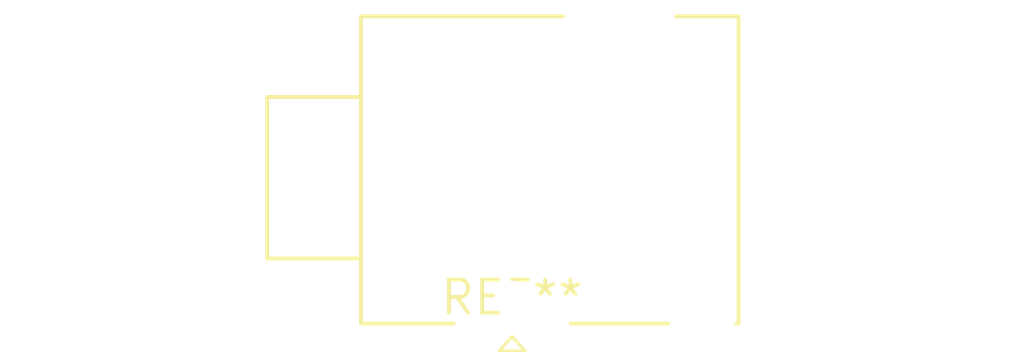
<source format=kicad_pcb>
(kicad_pcb (version 20240108) (generator pcbnew)
  (layers (0 "F.Cu" signal) (31 "B.Cu" signal) (34 "B.Paste" user) (35 "F.Paste" user) (36 "B.SilkS" user "B.Silkscreen") (37 "F.SilkS" user "F.Silkscreen") (38 "B.Mask" user) (39 "F.Mask" user) (44 "Edge.Cuts" user))
  (net 0 "")
  (footprint "Jack_3.5mm_Ledino_KB3SPRS_Horizontal" (layer "F.Cu") (at 0 0)
    (property "Reference" "REF**")
    (property "Value" "Jack_3.5mm_Ledino_KB3SPRS_Horizontal")
    (fp_line (start -9.4 -7.7) (end -9.4 -1.5) (layer "F.SilkS") (stroke (width 0.15)))
    (fp_line (start -9.4 -1.5) (end -5.8 -1.5) (layer "F.SilkS") (stroke (width 0.15)))
    (fp_line (start -5.8 -10.8) (end 1.95 -10.8) (layer "F.SilkS") (stroke (width 0.15)))
    (fp_line (start -5.8 -7.7) (end -9.4 -7.7) (layer "F.SilkS") (stroke (width 0.15)))
    (fp_line (start -5.8 1) (end -5.8 -10.8) (layer "F.SilkS") (stroke (width 0.15)))
    (fp_line (start -2.25 1) (end -5.8 1) (layer "F.SilkS") (stroke (width 0.15)))
    (fp_line (start -0.5 2.05) (end 0.5 2.05) (layer "F.SilkS") (stroke (width 0.12)))
    (fp_line (start 0 1.5) (end -0.5 2.05) (layer "F.SilkS") (stroke (width 0.12)))
    (fp_line (start 0.5 2.05) (end 0 1.5) (layer "F.SilkS") (stroke (width 0.12)))
    (fp_line (start 6 1) (end 2.25 1) (layer "F.SilkS") (stroke (width 0.15)))
    (fp_line (start 6.3 -10.8) (end 8.7 -10.8) (layer "F.SilkS") (stroke (width 0.15)))
    (fp_line (start 8.7 -10.8) (end 8.7 1) (layer "F.SilkS") (stroke (width 0.15)))
    (fp_line (start 8.7 1) (end 8.6 1) (layer "F.SilkS") (stroke (width 0.15)))
    (pad "R" thru_hole oval (at 4.1 -9.8) (size 4 2.2) (drill 1.3) (layers *.Cu *.Mask) (remove_unused_layers))
    (pad "RN" thru_hole oval (at 2.9 -7.1) (size 4 2.2) (drill 1.3) (layers *.Cu *.Mask) (remove_unused_layers))
    (pad "S" thru_hole oval (at -3.9 -4.6) (size 2.2 4) (drill 1.3) (layers *.Cu *.Mask) (remove_unused_layers))
    (pad "T" thru_hole rect (at 0 0) (size 4 2.2) (drill 1.3) (layers *.Cu *.Mask) (remove_unused_layers))
    (pad "TN" thru_hole oval (at 7.3 -0.5 90) (size 4 2.2) (drill 1.3) (layers *.Cu *.Mask) (remove_unused_layers))
  )
)
</source>
